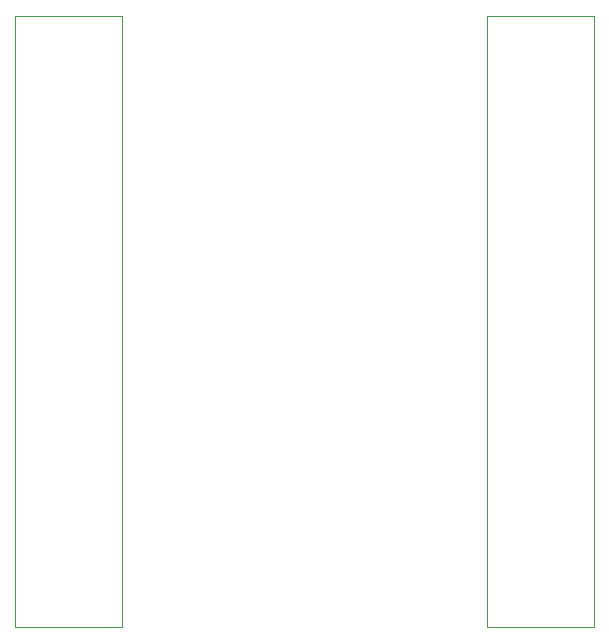
<source format=gbr>
%TF.GenerationSoftware,KiCad,Pcbnew,8.0.7-8.0.7-0~ubuntu22.04.1*%
%TF.CreationDate,2024-12-10T17:00:38-05:00*%
%TF.ProjectId,breakout-tt07-qfn,62726561-6b6f-4757-942d-747430372d71,1.1*%
%TF.SameCoordinates,PX2b64660PY42c1d80*%
%TF.FileFunction,Other,User*%
%FSLAX46Y46*%
G04 Gerber Fmt 4.6, Leading zero omitted, Abs format (unit mm)*
G04 Created by KiCad (PCBNEW 8.0.7-8.0.7-0~ubuntu22.04.1) date 2024-12-10 17:00:38*
%MOMM*%
%LPD*%
G01*
G04 APERTURE LIST*
%ADD10C,0.050000*%
G04 APERTURE END LIST*
D10*
%TO.C,CON2*%
X86000000Y-18100000D02*
X95050000Y-18100000D01*
X86000000Y-69900000D02*
X86000000Y-18100000D01*
X95050000Y-18100000D02*
X95050000Y-69900000D01*
X95050000Y-69900000D02*
X86000000Y-69900000D01*
%TO.C,CON1*%
X46000000Y-18100000D02*
X55050000Y-18100000D01*
X46000000Y-69900000D02*
X46000000Y-18100000D01*
X55050000Y-18100000D02*
X55050000Y-69900000D01*
X55050000Y-69900000D02*
X46000000Y-69900000D01*
%TD*%
M02*

</source>
